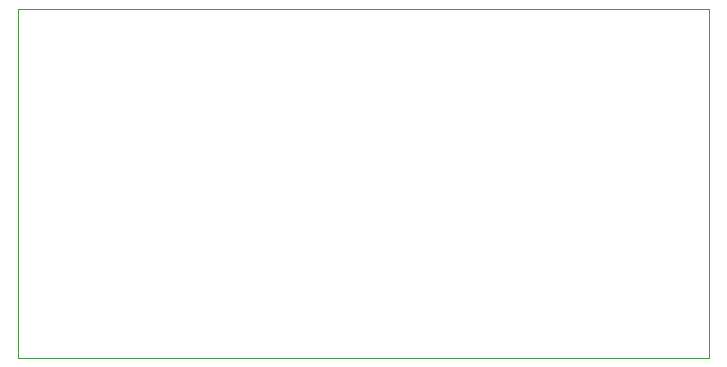
<source format=gbr>
%TF.GenerationSoftware,KiCad,Pcbnew,7.0.7*%
%TF.CreationDate,2024-02-02T19:15:28-05:00*%
%TF.ProjectId,ESP8266_Count3,45535038-3236-4365-9f43-6f756e74332e,rev?*%
%TF.SameCoordinates,Original*%
%TF.FileFunction,Profile,NP*%
%FSLAX46Y46*%
G04 Gerber Fmt 4.6, Leading zero omitted, Abs format (unit mm)*
G04 Created by KiCad (PCBNEW 7.0.7) date 2024-02-02 19:15:28*
%MOMM*%
%LPD*%
G01*
G04 APERTURE LIST*
%TA.AperFunction,Profile*%
%ADD10C,0.100000*%
%TD*%
G04 APERTURE END LIST*
D10*
X99500000Y-72500000D02*
X158000000Y-72500000D01*
X158000000Y-102000000D01*
X99500000Y-102000000D01*
X99500000Y-72500000D01*
M02*

</source>
